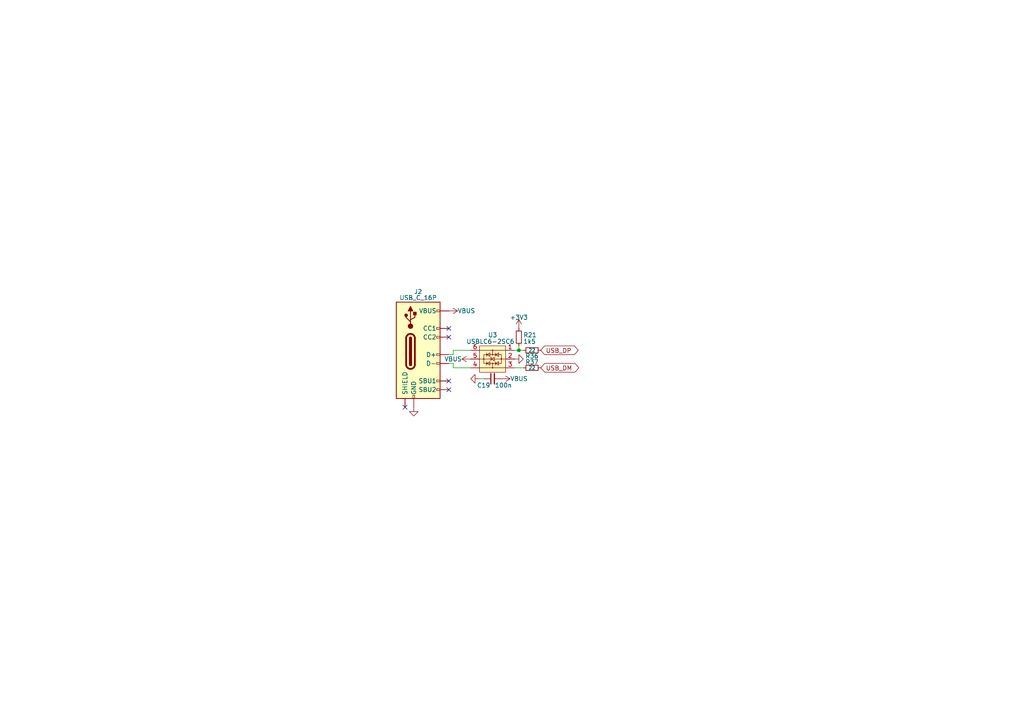
<source format=kicad_sch>
(kicad_sch (version 20250114) (generator "eeschema") (generator_version "9.0")
  (paper "A4")
  (lib_symbols
    (symbol "Device:C_Small" (pin_numbers (hide yes)) (pin_names (offset 0.254) (hide yes))
      (property "Reference" "C" (at 0.254 1.778 0))
      (property "Value" "C_Small" (at 0.254 -2.032 0))
      (symbol "C_Small_0_1"
        (polyline (pts (xy -1.524 0.508) (xy 1.524 0.508)) (stroke (width 0.3048)))
        (polyline (pts (xy -1.524 -0.508) (xy 1.524 -0.508)) (stroke (width 0.3302)))
      )
      (symbol "C_Small_1_1"
        (pin passive line (at 0 2.54 270) (length 2.032) (name "~") (number "1"))
        (pin passive line (at 0 -2.54 90) (length 2.032) (name "~") (number "2"))
      )
    )
    (symbol "Device:R_Small" (pin_numbers (hide yes)) (pin_names (offset 0.254) (hide yes))
      (property "Reference" "R" (at 0.762 0.508 0))
      (property "Value" "R_Small" (at 0.762 -1.016 0))
      (symbol "R_Small_0_1"
        (rectangle (start -0.762 1.778) (end 0.762 -1.778) (stroke (width 0.2032)))
      )
      (symbol "R_Small_1_1"
        (pin passive line (at 0 2.54 270) (length 0.762) (name "~") (number "1"))
        (pin passive line (at 0 -2.54 90) (length 0.762) (name "~") (number "2"))
      )
    )
    (symbol "my_additions:USBLC6-2SC6_Small" (pin_names (hide yes))
      (property "Reference" "U" (at 0 5.08 0))
      (property "Value" "USBLC6-2SC6" (at 0 -5.08 0))
      (symbol "USBLC6-2SC6_Small_0_1"
        (polyline (pts (xy -3.81 2.54) (xy 3.81 2.54)))
        (polyline (pts (xy -3.81 0) (xy 3.81 0)))
        (polyline (pts (xy -3.81 -2.54) (xy 3.81 -2.54)))
        (polyline (pts (xy -2.54 1.27) (xy 2.54 1.27) (xy 2.54 -1.27) (xy -2.54 -1.27) (xy -2.54 1.27)))
        (circle (center -2.54 0) (radius 0.127) (fill (type outline)))
        (polyline (pts (xy -1.778 1.778) (xy -1.778 0.762) (xy -0.762 1.27) (xy -1.778 1.778)))
        (polyline (pts (xy -1.778 -0.762) (xy -1.778 -1.778) (xy -0.762 -1.27) (xy -1.778 -0.762)))
        (polyline (pts (xy -0.762 1.778) (xy -0.762 0.762)))
        (polyline (pts (xy -0.762 -0.762) (xy -0.762 -1.778)))
        (polyline (pts (xy -0.508 -0.508) (xy -0.508 0.508) (xy 0.508 0) (xy -0.508 -0.508)))
        (circle (center 0 2.54) (radius 0.127) (fill (type outline)))
        (circle (center 0 1.27) (radius 0.127) (fill (type outline)))
        (polyline (pts (xy 0 1.27) (xy 0 2.54)))
        (circle (center 0 -1.27) (radius 0.127) (fill (type outline)))
        (polyline (pts (xy 0 -2.54) (xy 0 -1.27)))
        (circle (center 0 -2.54) (radius 0.127) (fill (type outline)))
        (polyline (pts (xy 0.508 -0.508) (xy 0.508 0.508) (xy 0.254 0.508)))
        (polyline (pts (xy 0.762 1.778) (xy 0.762 0.762) (xy 1.778 1.27) (xy 0.762 1.778)))
        (polyline (pts (xy 0.762 -0.762) (xy 0.762 -1.778) (xy 1.778 -1.27) (xy 0.762 -0.762)))
        (polyline (pts (xy 1.778 1.778) (xy 1.778 0.762)))
        (polyline (pts (xy 1.778 -0.762) (xy 1.778 -1.778)))
        (circle (center 2.54 0) (radius 0.127) (fill (type outline)))
      )
      (symbol "USBLC6-2SC6_Small_1_1"
        (rectangle (start -3.81 3.81) (end 3.81 -3.81) (fill (type background)))
        (pin passive line (at -6.35 2.54 0) (length 2.54) (name "I/O1") (number "1"))
        (pin passive line (at -6.35 0 0) (length 2.54) (name "GND") (number "2"))
        (pin passive line (at -6.35 -2.54 0) (length 2.54) (name "I/O2") (number "3"))
        (pin passive line (at 6.35 2.54 180) (length 2.54) (name "I/O1") (number "6"))
        (pin passive line (at 6.35 0 180) (length 2.54) (name "VBUS") (number "5"))
        (pin passive line (at 6.35 -2.54 180) (length 2.54) (name "I/O2") (number "4"))
      )
    )
    (symbol "my_additions:USB_C_Receptacle_USB2.0_16P_small" (pin_numbers (hide yes)) (pin_names (offset 1.016))
      (property "Reference" "J" (at 0 17.018 0))
      (property "Value" "USB_C_Receptacle_USB2.0_16P_small" (at 0 14.478 0))
      (symbol "USB_C_Receptacle_USB2.0_16P_small_0_0"
        (rectangle (start -1.524 -14.2875) (end -1.016 -15.24))
        (rectangle (start 5.334 -12.446) (end 6.35 -12.954))
        (rectangle (start 6.35 10.414) (end 5.334 9.906))
        (rectangle (start 6.35 5.334) (end 5.334 4.826))
        (rectangle (start 6.35 2.794) (end 5.334 2.286))
        (rectangle (start 6.35 -2.286) (end 5.334 -2.794))
        (rectangle (start 6.35 -4.826) (end 5.334 -5.334))
        (rectangle (start 6.35 -9.906) (end 5.334 -10.414))
      )
      (symbol "USB_C_Receptacle_USB2.0_16P_small_0_1"
        (rectangle (start -6.35 12.7) (end 6.35 -15.24) (stroke (width 0.254)) (fill (type background)))
        (circle (center -3.4925 8.89) (radius 0.381) (stroke (width 0.254)) (fill (type outline)))
        (polyline (pts (xy -3.4925 -5.3975) (xy -3.4925 2.2225)) (stroke (width 0.508)))
        (polyline (pts (xy -2.8575 10.16) (xy -1.5875 10.16) (xy -2.2225 11.43) (xy -2.8575 10.16)) (stroke (width 0.254)) (fill (type outline)))
        (rectangle (start -2.54 2.2225) (end -1.905 -5.3975) (stroke (width 0.254)) (fill (type outline)))
        (polyline (pts (xy -2.2225 7.62) (xy -2.2225 10.16)) (stroke (width 0.254)))
        (polyline (pts (xy -2.2225 6.985) (xy -2.2225 7.62) (xy -0.9525 8.255) (xy -0.9525 9.525)) (stroke (width 0.254)))
        (polyline (pts (xy -2.2225 6.35) (xy -2.2225 6.985) (xy -3.4925 8.255) (xy -3.4925 8.89)) (stroke (width 0.254)))
        (circle (center -2.2225 5.715) (radius 0.635) (stroke (width 0.254)) (fill (type outline)))
        (arc (start -3.4925 2.2225) (mid -2.2225 3.4925) (end -0.9525 2.2225) (stroke (width 0.508)))
        (arc (start -2.54 2.2225) (mid -2.2225 2.54) (end -1.905 2.2225) (stroke (width 0.254)))
        (arc (start -2.54 2.2225) (mid -2.2225 2.54) (end -1.905 2.2225) (stroke (width 0.254)) (fill (type outline)))
        (arc (start -1.905 -5.3975) (mid -2.2225 -5.715) (end -2.54 -5.3975) (stroke (width 0.254)))
        (arc (start -1.905 -5.3975) (mid -2.2225 -5.715) (end -2.54 -5.3975) (stroke (width 0.254)) (fill (type outline)))
        (arc (start -0.9525 -5.3975) (mid -2.2225 -6.6675) (end -3.4925 -5.3975) (stroke (width 0.508)))
        (rectangle (start -1.3335 9.779) (end -0.5715 9.017) (stroke (width 0.254)) (fill (type outline)))
        (polyline (pts (xy -0.9525 2.2225) (xy -0.9525 -5.3975)) (stroke (width 0.508)))
      )
      (symbol "USB_C_Receptacle_USB2.0_16P_small_1_1"
        (pin passive line (at -3.81 -17.78 90) (length 2.56) (name "SHIELD") (number "S1"))
        (pin power_out line (at -1.27 -17.78 90) (length 2.56) (name "GND") (number "A1"))
        (pin power_out line (at -1.27 -17.78 90) (length 2.56) (hide yes) (name "GND") (number "A12"))
        (pin power_out line (at -1.27 -17.78 90) (length 2.56) (hide yes) (name "GND") (number "B1"))
        (pin power_out line (at -1.27 -17.78 90) (length 2.56) (hide yes) (name "GND") (number "B12"))
        (pin power_out line (at 8.89 10.16 180) (length 2.56) (name "VBUS") (number "A4"))
        (pin power_out line (at 8.89 10.16 180) (length 2.56) (hide yes) (name "VBUS") (number "A9"))
        (pin power_out line (at 8.89 10.16 180) (length 2.56) (hide yes) (name "VBUS") (number "B4"))
        (pin power_out line (at 8.89 10.16 180) (length 2.56) (hide yes) (name "VBUS") (number "B9"))
        (pin bidirectional line (at 8.89 5.08 180) (length 2.56) (name "CC1") (number "A5"))
        (pin bidirectional line (at 8.89 2.54 180) (length 2.56) (name "CC2") (number "B5"))
        (pin bidirectional line (at 8.89 -2.54 180) (length 2.56) (name "D+") (number "A6"))
        (pin bidirectional line (at 8.89 -2.54 180) (length 2.56) (hide yes) (name "D+") (number "B6"))
        (pin bidirectional line (at 8.89 -5.08 180) (length 2.56) (name "D-") (number "A7"))
        (pin bidirectional line (at 8.89 -5.08 180) (length 2.56) (hide yes) (name "D-") (number "B7"))
        (pin bidirectional line (at 8.89 -10.16 180) (length 2.56) (name "SBU1") (number "A8"))
        (pin bidirectional line (at 8.89 -12.7 180) (length 2.56) (name "SBU2") (number "B8"))
      )
    )
    (symbol "power:+3V3" (power) (pin_numbers (hide yes)) (pin_names (offset 0) (hide yes))
      (property "Value" "+3V3" (at 0 3.556 0))
      (symbol "+3V3_0_1"
        (polyline (pts (xy -0.762 1.27) (xy 0 2.54)))
        (polyline (pts (xy 0 2.54) (xy 0.762 1.27)))
        (polyline (pts (xy 0 0) (xy 0 2.54)))
      )
      (symbol "+3V3_1_1"
        (pin power_in line (at 0 0 90) (length 0) (name "~") (number "1"))
      )
    )
    (symbol "power:GND" (power) (pin_numbers (hide yes)) (pin_names (offset 0) (hide yes))
      (property "Value" "GND" (at 0 -3.81 0))
      (symbol "GND_0_1"
        (polyline (pts (xy 0 0) (xy 0 -1.27) (xy 1.27 -1.27) (xy 0 -2.54) (xy -1.27 -1.27) (xy 0 -1.27)))
      )
      (symbol "GND_1_1"
        (pin power_in line (at 0 0 270) (length 0) (name "~") (number "1"))
      )
    )
    (symbol "power:VBUS" (power) (pin_numbers (hide yes)) (pin_names (offset 0) (hide yes))
      (property "Value" "VBUS" (at 0 3.556 0))
      (symbol "VBUS_0_1"
        (polyline (pts (xy -0.762 1.27) (xy 0 2.54)))
        (polyline (pts (xy 0 2.54) (xy 0.762 1.27)))
        (polyline (pts (xy 0 0) (xy 0 2.54)))
      )
      (symbol "VBUS_1_1"
        (pin power_in line (at 0 0 90) (length 0) (name "~") (number "1"))
      )
    )
  )
  (junction (at 150.495 101.6))
  (no_connect (at 130.175 113.03))
  (no_connect (at 130.175 95.25))
  (no_connect (at 130.175 110.49))
  (no_connect (at 117.475 118.11))
  (no_connect (at 130.175 97.79))
  (wire (pts (xy 130.175 102.87) (xy 131.445 102.87)))
  (wire (pts (xy 131.445 101.6) (xy 131.445 102.87)))
  (wire (pts (xy 139.065 109.855) (xy 140.335 109.855)))
  (wire (pts (xy 131.445 106.68) (xy 131.445 105.41)))
  (wire (pts (xy 136.525 106.68) (xy 131.445 106.68)))
  (wire (pts (xy 151.765 101.6) (xy 150.495 101.6)))
  (wire (pts (xy 150.495 100.33) (xy 150.495 101.6)))
  (wire (pts (xy 130.175 105.41) (xy 131.445 105.41)))
  (wire (pts (xy 150.495 101.6) (xy 149.225 101.6)))
  (wire (pts (xy 151.765 106.68) (xy 149.225 106.68)))
  (wire (pts (xy 136.525 101.6) (xy 131.445 101.6)))
  (global_label "USB_DP" (shape bidirectional) (at 156.845 101.6 0) (property "Intersheetrefs" "${INTERSHEET_REFS}" (effects (hide yes))))
  (global_label "USB_DM" (shape bidirectional) (at 156.845 106.68 0) (property "Intersheetrefs" "${INTERSHEET_REFS}" (effects (hide yes))))
  (symbol (lib_id "Device:C_Small") (at 142.875 109.855 90) (unit 1)
    (property "Reference" "C19" (at 142.24 111.76 90) (effects (justify left)))
    (property "Value" "100n" (at 143.51 111.76 90) (effects (justify right)))
    (property "Footprint" "Capacitor_SMD:C_0603_1608Metric" (effects (hide yes)))
  )
  (symbol (lib_id "power:VBUS") (at 136.525 104.14 90) (mirror x) (unit 1)
    (property "Reference" "#PWR041" (effects (hide yes)))
    (property "Value" "VBUS" (at 133.985 104.14 90) (effects (justify left)))
  )
  (symbol (lib_id "Device:R_Small") (at 154.305 106.68 270) (unit 1)
    (property "Reference" "R37" (at 154.3 105 90))
    (property "Value" "22" (at 154.305 106.68 90) (effects (font (size 1 1))))
    (property "Footprint" "Resistor_SMD:R_0603_1608Metric" (effects (hide yes)))
  )
  (symbol (lib_id "power:VBUS") (at 130.175 90.17 270) (unit 1)
    (property "Reference" "#PWR036" (effects (hide yes)))
    (property "Value" "VBUS" (at 132.715 90.17 90) (effects (justify left)))
  )
  (symbol (lib_id "power:+3V3") (at 150.495 95.25 0) (unit 1)
    (property "Reference" "#PWR052" (effects (hide yes)))
    (property "Value" "+3V3" (at 150.495 92.075 0))
  )
  (symbol (lib_id "power:GND") (at 149.225 104.14 90) (unit 1)
    (property "Reference" "#PWR051" (effects (hide yes)))
    (property "Value" "GND" (effects (hide yes)))
    (property "Description" "Power symbol creates a global label with name \"GND\" , ground" (effects (hide yes)))
  )
  (symbol (lib_id "my_additions:USB_C_Receptacle_USB2.0_16P_small") (at 121.285 100.33 0) (unit 1)
    (property "Reference" "J2" (at 121.285 84.582 0))
    (property "Value" "USB_C_16P" (at 121.285 86.36 0))
    (property "Footprint" "my_additions:USB-C_12(16)pin_legs" (effects (hide yes)))
    (property "Datasheet" "https://www.usb.org/sites/default/files/documents/usb_type-c.zip" (effects (hide yes)))
    (property "Description" "USB 2.0-only 16P Type-C Receptacle connector" (effects (hide yes)))
    (property "Link" "https://aliexpress.ru/item/1005005500797563.html" (effects (hide yes)))
  )
  (symbol (lib_id "Device:R_Small") (at 150.495 97.79 0) (mirror x) (unit 1)
    (property "Reference" "R21" (at 151.765 97.155 0) (effects (justify left)))
    (property "Value" "1k5" (at 151.765 99.06 0) (effects (justify left)))
    (property "Footprint" "Resistor_SMD:R_0603_1608Metric" (effects (hide yes)))
  )
  (symbol (lib_id "power:VBUS") (at 145.415 109.855 270) (unit 1)
    (property "Reference" "#PWR050" (effects (hide yes)))
    (property "Value" "VBUS" (at 147.955 109.855 90) (effects (justify left)))
  )
  (symbol (lib_id "power:GND") (at 120.015 118.11 0) (unit 1)
    (property "Reference" "#PWR033" (effects (hide yes)))
    (property "Value" "GND" (effects (hide yes)))
    (property "Description" "Power symbol creates a global label with name \"GND\" , ground" (effects (hide yes)))
  )
  (symbol (lib_id "Device:R_Small") (at 154.305 101.6 270) (unit 1)
    (property "Reference" "R36" (at 154.3 103.3 90))
    (property "Value" "22" (at 154.305 101.6 90) (effects (font (size 1 1))))
    (property "Footprint" "Resistor_SMD:R_0603_1608Metric" (effects (hide yes)))
  )
  (symbol (lib_id "power:GND") (at 139.065 109.855 270) (unit 1)
    (property "Reference" "#PWR045" (effects (hide yes)))
    (property "Value" "GND" (effects (hide yes)))
    (property "Description" "Power symbol creates a global label with name \"GND\" , ground" (effects (hide yes)))
  )
  (symbol (lib_id "my_additions:USBLC6-2SC6_Small") (at 142.875 104.14 0) (mirror y) (unit 1)
    (property "Reference" "U3" (at 142.875 97.155 0))
    (property "Value" "USBLC6-2SC6" (at 142.24 99.06 0))
    (property "Footprint" "Package_TO_SOT_SMD:SOT-23-6" (effects (hide yes)))
    (property "Datasheet" "https://www.st.com/resource/en/datasheet/usblc6-2.pdf" (effects (hide yes)))
    (property "Link" "https://www.chipdip.ru/product/usblc6-2sc6-umw" (effects (hide yes)))
  )
)
</source>
